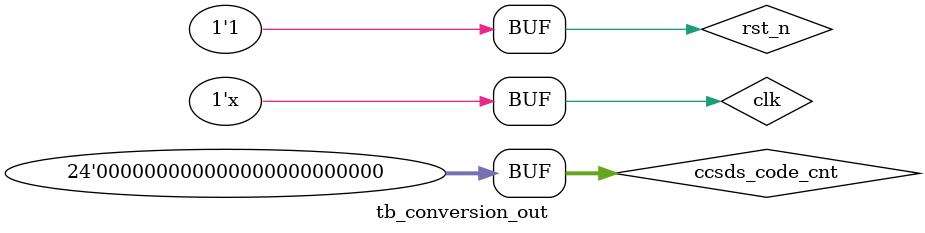
<source format=sv>
`timescale 1ns/1ps
module tb_conversion_out;
logic                clk;
logic                rst_n;

// ccsds interface
logic [23:0]         ccsds_code_cnt;
logic                ccsds_data_ready;
logic                ccsds_data_valid;
logic [127:0]        ccsds_data;
logic                ccsds_finish_flag;

//ddr interface
logic                cmprs_fifo_grant;
logic                cmprs_dout_req;
logic [23:0]         code_cnt;
logic                cnt_valid_lst;
logic                cnt_valid_fst;
logic                encode_data_valid;
logic [255:0]        encode_data;
logic                cmprs_dout_end;
//for tb
logic [23:0]         all_cnt;
logic                grant_r;
logic                grant_r2;
logic [23:0]         random_cnt;
logic [23:0]         out_cnt;
initial begin
  clk = 1'b0;
end
always #2.5 clk = ~clk;
initial begin
  rst_n <= 1'b0;
  ccsds_code_cnt <= 'd0;
  #200;
  rst_n <= 1'b1;
end
always @(posedge clk or negedge rst_n) begin : get_random_cnt
  if(rst_n == 1'b0) begin
    random_cnt <= 'd0;
  end else if(random_cnt == 11) begin
    random_cnt <= 'd0;
  end else begin
    random_cnt <= random_cnt + 1'b1;
  end
end
always @(posedge clk or negedge rst_n) begin : get_ccsds_data_valid
  if(rst_n == 1'b0) begin
    ccsds_data_valid <= 1'b0;
  end else if(ccsds_data_ready == 1'b1 && ccsds_data_valid == 1'b1 && all_cnt == 325) begin
    ccsds_data_valid <= 1'b0;
  end else if(random_cnt == 10) begin
    ccsds_data_valid <= 1'b1;
  end else begin
    ccsds_data_valid <= 1'b0;
  end
end
always @(posedge clk or negedge rst_n) begin : get_ccsds_data
  if(rst_n == 1'b0) begin
    ccsds_data <= 'd0;
  end else if(ccsds_data_ready == 1'b1 && ccsds_data_valid == 1'b1 && ccsds_data == 63) begin
    ccsds_data <= 'd0;
  end else if(ccsds_data_ready == 1'b1 && ccsds_data_valid == 1'b1) begin
    ccsds_data <= ccsds_data + 1'b1;
  end
end
always @(posedge clk or negedge rst_n) begin : get_all_cnt
  if(rst_n == 1'b0) begin
    all_cnt <= 'd0;
  end else if(ccsds_data_ready == 1'b1 && ccsds_data_valid == 1'b1 && all_cnt == 128+128+51-1) begin
    all_cnt <= 'd0;
  end else if(ccsds_data_ready == 1'b1 && ccsds_data_valid == 1'b1) begin
    all_cnt <= all_cnt + 1'b1;
  end
end
always @(posedge clk or negedge rst_n) begin : get_ccsds_finish_flag
  if(rst_n == 1'b0) begin
    ccsds_finish_flag <= 1'b0;
  end else if(ccsds_data_ready == 1'b1 && ccsds_data_valid == 1'b1 && all_cnt == 128+128+51-1) begin
    ccsds_finish_flag <= 1'b1;
  end else begin
    ccsds_finish_flag <= 1'b0;
  end
end
always @(posedge clk or negedge rst_n) begin : get_grant_r
  if(rst_n == 1'b0) begin
    grant_r <= 1'b0;
  end else if(cmprs_dout_req == 1'b1) begin
    grant_r <= 1'b1;
  end else begin
    grant_r <= 1'b0;
  end
end
always @(posedge clk or negedge rst_n) begin : get_grant_r2
  if(rst_n == 1'b0) begin
    grant_r2 <= 1'b0;
  end else begin
    grant_r2 <= grant_r;
  end
end
always @(posedge clk or negedge rst_n) begin : get_out_cnt
  if(rst_n == 1'b0) begin
    out_cnt <= 'd1;
  end else if(encode_data_valid == 1'b1) begin
    out_cnt <= out_cnt + 1'b1;
  end else begin
    out_cnt <= 'd1;
  end
end
assign cmprs_fifo_grant = grant_r & ~grant_r2;
conversion_out conversion_out_inst(
  .clk                  (clk),
  .rst_n                (rst_n),

  // ccsds interface
  .ccsds_code_cnt       (ccsds_code_cnt   ),
  .ccsds_data_ready     (ccsds_data_ready ),
  .ccsds_data_valid     (ccsds_data_valid ),
  .ccsds_data           (ccsds_data       ),
  .ccsds_finish_flag    (ccsds_finish_flag),

  //ddr interface
  .cmprs_fifo_grant     (cmprs_fifo_grant ),
  .cmprs_dout_req       (cmprs_dout_req   ),
  .code_cnt             (code_cnt         ),
  .cnt_valid_lst        (cnt_valid_lst    ),
  .cnt_valid_fst        (cnt_valid_fst    ),
  .encode_data_valid    (encode_data_valid),
  .encode_data          (encode_data      ),
  .cmprs_dout_end       (cmprs_dout_end   )
);
endmodule
</source>
